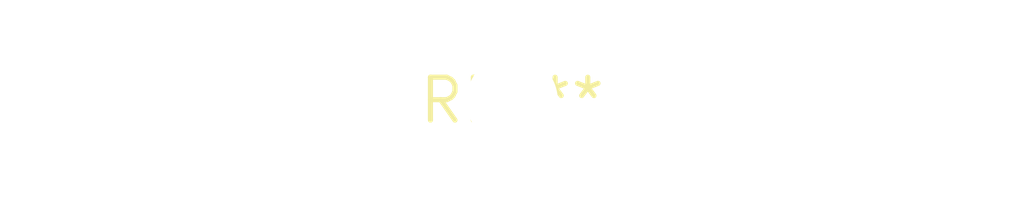
<source format=kicad_pcb>
(kicad_pcb (version 20240108) (generator pcbnew)
  (layers (0 "F.Cu" signal) (31 "B.Cu" signal) (34 "B.Paste" user) (35 "F.Paste" user) (36 "B.SilkS" user "B.Silkscreen") (37 "F.SilkS" user "F.Silkscreen") (38 "B.Mask" user) (39 "F.Mask" user) (44 "Edge.Cuts" user))
  (net 0 "")
  (footprint "MountingHole_2.7mm_M2.5_Pad" (layer "F.Cu") (at 0 0)
    (property "Reference" "REF**")
    (property "Value" "MountingHole_2.7mm_M2.5_Pad")
    (pad "1" thru_hole circle (at 0 0) (size 5.4 5.4) (drill 2.7) (layers *.Cu *.Mask) (remove_unused_layers))
  )
)
</source>
